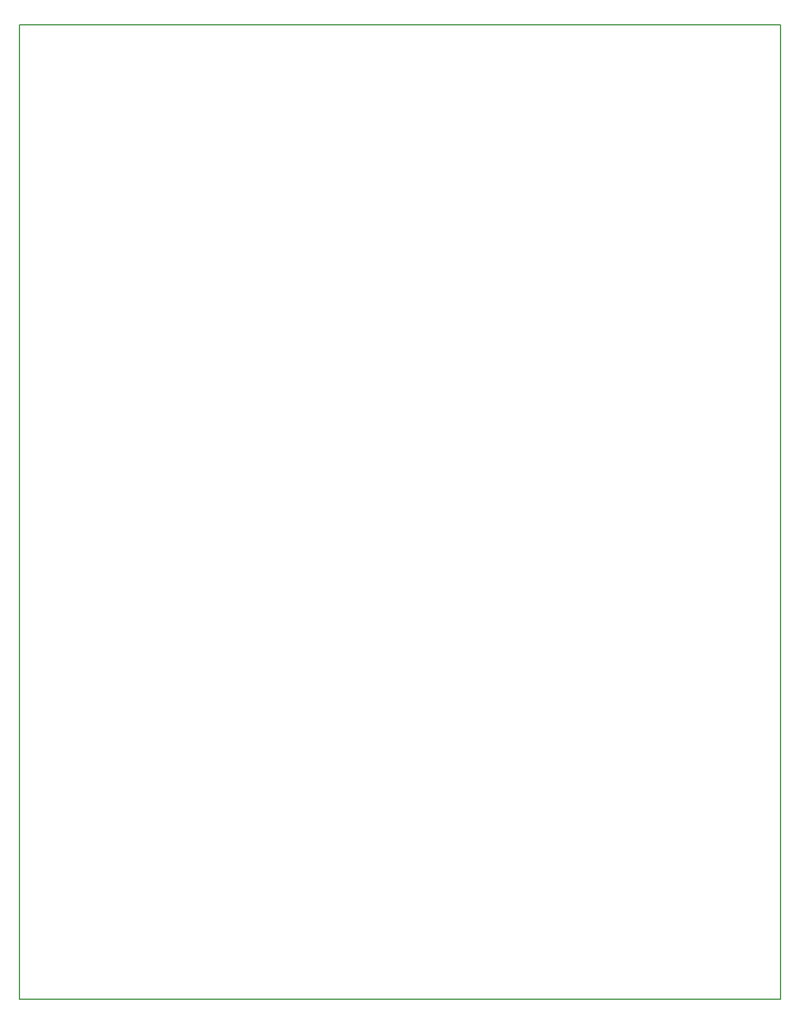
<source format=gbr>
%TF.GenerationSoftware,KiCad,Pcbnew,(6.0.10)*%
%TF.CreationDate,2023-09-11T12:43:08-04:00*%
%TF.ProjectId,pump_board,70756d70-5f62-46f6-9172-642e6b696361,rev?*%
%TF.SameCoordinates,Original*%
%TF.FileFunction,Profile,NP*%
%FSLAX46Y46*%
G04 Gerber Fmt 4.6, Leading zero omitted, Abs format (unit mm)*
G04 Created by KiCad (PCBNEW (6.0.10)) date 2023-09-11 12:43:08*
%MOMM*%
%LPD*%
G01*
G04 APERTURE LIST*
%TA.AperFunction,Profile*%
%ADD10C,0.150000*%
%TD*%
G04 APERTURE END LIST*
D10*
X69850000Y-195580000D02*
X179070000Y-195580000D01*
X179070000Y-195580000D02*
X179070000Y-335280000D01*
X179070000Y-335280000D02*
X69850000Y-335280000D01*
X69850000Y-335280000D02*
X69850000Y-195580000D01*
M02*

</source>
